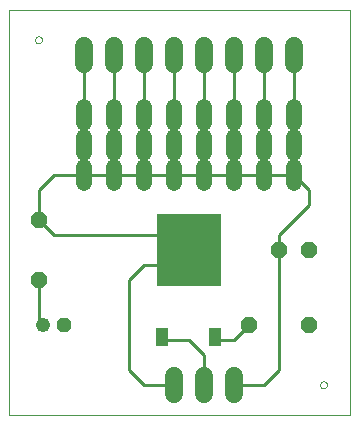
<source format=gtl>
G75*
G70*
%OFA0B0*%
%FSLAX24Y24*%
%IPPOS*%
%LPD*%
%AMOC8*
5,1,8,0,0,1.08239X$1,22.5*
%
%ADD10C,0.0000*%
%ADD11C,0.0600*%
%ADD12R,0.2126X0.2441*%
%ADD13R,0.0394X0.0630*%
%ADD14OC8,0.0520*%
%ADD15OC8,0.0480*%
%ADD16C,0.0480*%
%ADD17C,0.0520*%
%ADD18C,0.0100*%
D10*
X000220Y000105D02*
X000220Y013601D01*
X011591Y013601D01*
X011591Y000105D01*
X000220Y000105D01*
X010602Y001105D02*
X010604Y001126D01*
X010610Y001146D01*
X010619Y001166D01*
X010631Y001183D01*
X010646Y001197D01*
X010664Y001209D01*
X010684Y001217D01*
X010704Y001222D01*
X010725Y001223D01*
X010746Y001220D01*
X010766Y001214D01*
X010785Y001203D01*
X010802Y001190D01*
X010815Y001174D01*
X010826Y001156D01*
X010834Y001136D01*
X010838Y001116D01*
X010838Y001094D01*
X010834Y001074D01*
X010826Y001054D01*
X010815Y001036D01*
X010802Y001020D01*
X010785Y001007D01*
X010766Y000996D01*
X010746Y000990D01*
X010725Y000987D01*
X010704Y000988D01*
X010684Y000993D01*
X010664Y001001D01*
X010646Y001013D01*
X010631Y001027D01*
X010619Y001044D01*
X010610Y001064D01*
X010604Y001084D01*
X010602Y001105D01*
X001102Y012605D02*
X001104Y012626D01*
X001110Y012646D01*
X001119Y012666D01*
X001131Y012683D01*
X001146Y012697D01*
X001164Y012709D01*
X001184Y012717D01*
X001204Y012722D01*
X001225Y012723D01*
X001246Y012720D01*
X001266Y012714D01*
X001285Y012703D01*
X001302Y012690D01*
X001315Y012674D01*
X001326Y012656D01*
X001334Y012636D01*
X001338Y012616D01*
X001338Y012594D01*
X001334Y012574D01*
X001326Y012554D01*
X001315Y012536D01*
X001302Y012520D01*
X001285Y012507D01*
X001266Y012496D01*
X001246Y012490D01*
X001225Y012487D01*
X001204Y012488D01*
X001184Y012493D01*
X001164Y012501D01*
X001146Y012513D01*
X001131Y012527D01*
X001119Y012544D01*
X001110Y012564D01*
X001104Y012584D01*
X001102Y012605D01*
D11*
X002720Y012405D02*
X002720Y011805D01*
X003720Y011805D02*
X003720Y012405D01*
X004720Y012405D02*
X004720Y011805D01*
X005720Y011805D02*
X005720Y012405D01*
X006720Y012405D02*
X006720Y011805D01*
X007720Y011805D02*
X007720Y012405D01*
X008720Y012405D02*
X008720Y011805D01*
X009720Y011805D02*
X009720Y012405D01*
X007720Y001405D02*
X007720Y000805D01*
X006720Y000805D02*
X006720Y001405D01*
X005720Y001405D02*
X005720Y000805D01*
D12*
X006220Y005589D03*
D13*
X005323Y002715D03*
X007118Y002715D03*
D14*
X008220Y003105D03*
X010220Y003105D03*
X010220Y005605D03*
X009220Y005605D03*
X001220Y006605D03*
X001220Y004605D03*
D15*
X002070Y003105D03*
D16*
X001370Y003105D03*
D17*
X002720Y007845D02*
X002720Y008365D01*
X002720Y008845D02*
X002720Y009365D01*
X002720Y009845D02*
X002720Y010365D01*
X003720Y010365D02*
X003720Y009845D01*
X003720Y009365D02*
X003720Y008845D01*
X003720Y008365D02*
X003720Y007845D01*
X004720Y007845D02*
X004720Y008365D01*
X004720Y008845D02*
X004720Y009365D01*
X004720Y009845D02*
X004720Y010365D01*
X005720Y010365D02*
X005720Y009845D01*
X005720Y009365D02*
X005720Y008845D01*
X005720Y008365D02*
X005720Y007845D01*
X006720Y007845D02*
X006720Y008365D01*
X006720Y008845D02*
X006720Y009365D01*
X006720Y009845D02*
X006720Y010365D01*
X007720Y010365D02*
X007720Y009845D01*
X007720Y009365D02*
X007720Y008845D01*
X007720Y008365D02*
X007720Y007845D01*
X008720Y007845D02*
X008720Y008365D01*
X008720Y008845D02*
X008720Y009365D01*
X008720Y009845D02*
X008720Y010365D01*
X009720Y010365D02*
X009720Y009845D01*
X009720Y009365D02*
X009720Y008845D01*
X009720Y008365D02*
X009720Y007845D01*
D18*
X009720Y008105D02*
X010220Y007605D01*
X010220Y007105D01*
X009220Y006105D01*
X009220Y005605D01*
X009220Y001605D01*
X008720Y001105D01*
X007720Y001105D01*
X006720Y001105D02*
X006720Y002105D01*
X006220Y002605D01*
X005433Y002605D01*
X005323Y002715D01*
X005220Y002613D01*
X005220Y002605D01*
X005323Y002715D01*
X004220Y001605D02*
X004220Y004605D01*
X004720Y005105D01*
X006220Y005105D01*
X006220Y005589D01*
X006220Y005605D01*
X006220Y005105D02*
X006220Y004605D01*
X005720Y005105D01*
X005720Y006105D01*
X001720Y006105D01*
X001220Y006605D01*
X001220Y007605D01*
X001720Y008105D01*
X002720Y008105D01*
X003720Y008105D01*
X004720Y008105D01*
X005720Y008105D01*
X006720Y008105D01*
X007720Y008105D01*
X008720Y008105D01*
X009720Y008105D01*
X009720Y010105D02*
X009720Y012105D01*
X008720Y012105D02*
X008720Y010105D01*
X007720Y010105D02*
X007720Y012105D01*
X006720Y012105D02*
X006720Y010105D01*
X005720Y010105D02*
X005720Y012105D01*
X004720Y012105D02*
X004720Y010105D01*
X003720Y010105D02*
X003720Y012105D01*
X002720Y012105D02*
X002720Y010105D01*
X001220Y004605D02*
X001220Y003255D01*
X001370Y003105D01*
X004220Y001605D02*
X004720Y001105D01*
X005720Y001105D01*
X007220Y002605D02*
X007118Y002715D01*
X007220Y002605D02*
X007720Y002605D01*
X008220Y003105D01*
M02*

</source>
